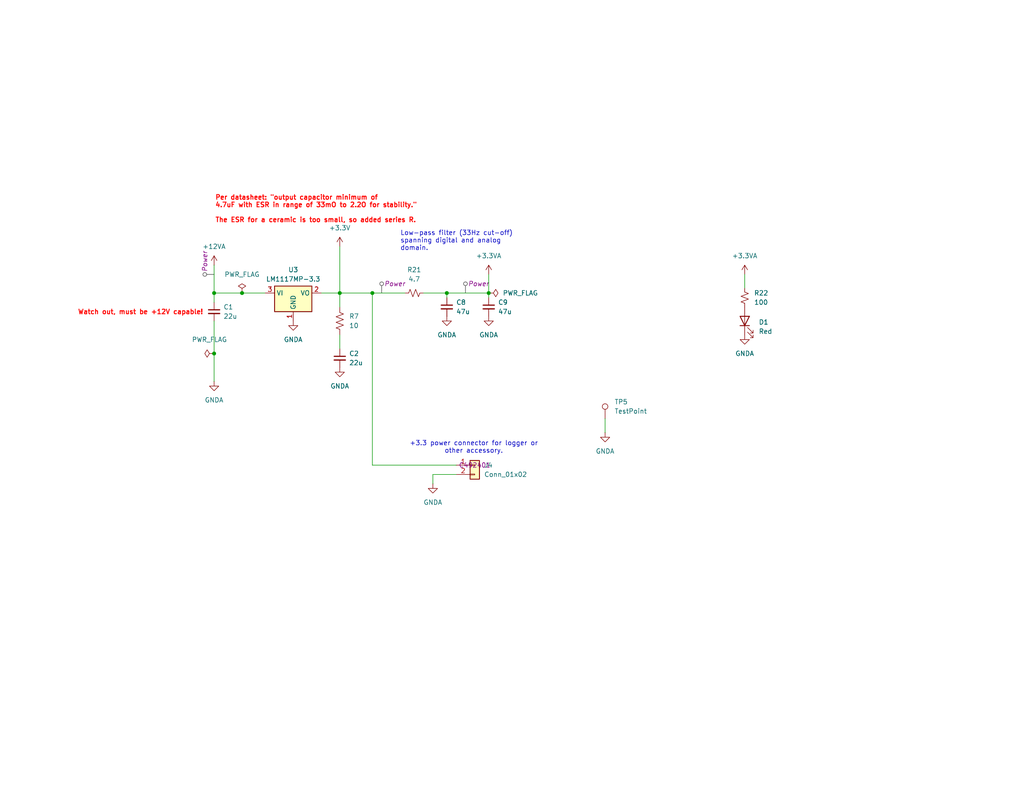
<source format=kicad_sch>
(kicad_sch (version 20250114) (generator "eeschema") (generator_version "9.0")
  (paper "USLetter")
  (title_block (title "MicroLink - Power Related") (date "2025-10-01") (rev "4") (company "Bruce MacKinnon KC1FSZ") (comment 1 "Copyright (C) 2025 - Not For Commercial Use"))
  (lib_symbols
    (symbol "Connector:TestPoint" (pin_numbers (hide yes)) (pin_names (offset 0.762) (hide yes))
      (property "Reference" "TP" (at 0 6.858 0))
      (property "Value" "TestPoint" (at 0 5.08 0))
      (symbol "TestPoint_0_1"
        (circle (center 0 3.302) (radius 0.762))
      )
      (symbol "TestPoint_1_1"
        (pin passive line (at 0 0 90) (length 2.54) (name "1") (number "1"))
      )
    )
    (symbol "Connector_Generic:Conn_01x02" (pin_names (offset 1.016) (hide yes))
      (property "Reference" "J" (at 0 2.54 0))
      (property "Value" "Conn_01x02" (at 0 -5.08 0))
      (symbol "Conn_01x02_1_1"
        (rectangle (start -1.27 1.27) (end 1.27 -3.81) (stroke (width 0.254)) (fill (type background)))
        (rectangle (start -1.27 0.127) (end 0 -0.127) (stroke (width 0.1524)))
        (rectangle (start -1.27 -2.413) (end 0 -2.667) (stroke (width 0.1524)))
        (pin passive line (at -5.08 0 0) (length 3.81) (name "Pin_1") (number "1"))
        (pin passive line (at -5.08 -2.54 0) (length 3.81) (name "Pin_2") (number "2"))
      )
    )
    (symbol "Device:C_Small" (pin_numbers (hide yes)) (pin_names (offset 0.254) (hide yes))
      (property "Reference" "C" (at 0.254 1.778 0))
      (property "Value" "C_Small" (at 0.254 -2.032 0))
      (symbol "C_Small_0_1"
        (polyline (pts (xy -1.524 0.508) (xy 1.524 0.508)) (stroke (width 0.3048)))
        (polyline (pts (xy -1.524 -0.508) (xy 1.524 -0.508)) (stroke (width 0.3302)))
      )
      (symbol "C_Small_1_1"
        (pin passive line (at 0 2.54 270) (length 2.032) (name "~") (number "1"))
        (pin passive line (at 0 -2.54 90) (length 2.032) (name "~") (number "2"))
      )
    )
    (symbol "Device:LED" (pin_numbers (hide yes)) (pin_names (offset 1.016) (hide yes))
      (property "Reference" "D" (at 0 2.54 0))
      (property "Value" "LED" (at 0 -2.54 0))
      (symbol "LED_0_1"
        (polyline (pts (xy -3.048 -0.762) (xy -4.572 -2.286) (xy -3.81 -2.286) (xy -4.572 -2.286) (xy -4.572 -1.524)))
        (polyline (pts (xy -1.778 -0.762) (xy -3.302 -2.286) (xy -2.54 -2.286) (xy -3.302 -2.286) (xy -3.302 -1.524)))
        (polyline (pts (xy -1.27 0) (xy 1.27 0)))
        (polyline (pts (xy -1.27 -1.27) (xy -1.27 1.27)) (stroke (width 0.254)))
        (polyline (pts (xy 1.27 -1.27) (xy 1.27 1.27) (xy -1.27 0) (xy 1.27 -1.27)) (stroke (width 0.254)))
      )
      (symbol "LED_1_1"
        (pin passive line (at -3.81 0 0) (length 2.54) (name "K") (number "1"))
        (pin passive line (at 3.81 0 180) (length 2.54) (name "A") (number "2"))
      )
    )
    (symbol "Device:R_Small_US" (pin_numbers (hide yes)) (pin_names (offset 0.254) (hide yes))
      (property "Reference" "R" (at 0.762 0.508 0))
      (property "Value" "R_Small_US" (at 0.762 -1.016 0))
      (symbol "R_Small_US_1_1"
        (polyline (pts (xy 0 1.524) (xy 1.016 1.143) (xy 0 0.762) (xy -1.016 0.381) (xy 0 0)))
        (polyline (pts (xy 0 0) (xy 1.016 -0.381) (xy 0 -0.762) (xy -1.016 -1.143) (xy 0 -1.524)))
        (pin passive line (at 0 2.54 270) (length 1.016) (name "~") (number "1"))
        (pin passive line (at 0 -2.54 90) (length 1.016) (name "~") (number "2"))
      )
    )
    (symbol "Device:R_US" (pin_numbers (hide yes)) (pin_names (offset 0))
      (property "Reference" "R" (at 2.54 0 90))
      (property "Value" "R_US" (at -2.54 0 90))
      (symbol "R_US_0_1"
        (polyline (pts (xy 0 2.286) (xy 0 2.54)))
        (polyline (pts (xy 0 2.286) (xy 1.016 1.905) (xy 0 1.524) (xy -1.016 1.143) (xy 0 0.762)))
        (polyline (pts (xy 0 0.762) (xy 1.016 0.381) (xy 0 0) (xy -1.016 -0.381) (xy 0 -0.762)))
        (polyline (pts (xy 0 -0.762) (xy 1.016 -1.143) (xy 0 -1.524) (xy -1.016 -1.905) (xy 0 -2.286)))
        (polyline (pts (xy 0 -2.286) (xy 0 -2.54)))
      )
      (symbol "R_US_1_1"
        (pin passive line (at 0 3.81 270) (length 1.27) (name "~") (number "1"))
        (pin passive line (at 0 -3.81 90) (length 1.27) (name "~") (number "2"))
      )
    )
    (symbol "Regulator_Linear:LM1117MP-3.3"
      (property "Reference" "U" (at -3.81 3.175 0))
      (property "Value" "LM1117MP-3.3" (at 0 3.175 0))
      (symbol "LM1117MP-3.3_0_1"
        (rectangle (start -5.08 -5.08) (end 5.08 1.905) (stroke (width 0.254)) (fill (type background)))
      )
      (symbol "LM1117MP-3.3_1_1"
        (pin power_in line (at -7.62 0 0) (length 2.54) (name "VI") (number "3"))
        (pin power_in line (at 0 -7.62 90) (length 2.54) (name "GND") (number "1"))
        (pin power_out line (at 7.62 0 180) (length 2.54) (name "VO") (number "2"))
      )
    )
    (symbol "power:+12VA" (power) (pin_numbers (hide yes)) (pin_names (offset 0) (hide yes))
      (property "Value" "+12VA" (at 0 3.556 0))
      (symbol "+12VA_0_1"
        (polyline (pts (xy -0.762 1.27) (xy 0 2.54)))
        (polyline (pts (xy 0 2.54) (xy 0.762 1.27)))
        (polyline (pts (xy 0 0) (xy 0 2.54)))
      )
      (symbol "+12VA_1_1"
        (pin power_in line (at 0 0 90) (length 0) (name "~") (number "1"))
      )
    )
    (symbol "power:+3.3V" (power) (pin_numbers (hide yes)) (pin_names (offset 0) (hide yes))
      (property "Value" "+3.3V" (at 0 3.556 0))
      (symbol "+3.3V_0_1"
        (polyline (pts (xy -0.762 1.27) (xy 0 2.54)))
        (polyline (pts (xy 0 2.54) (xy 0.762 1.27)))
        (polyline (pts (xy 0 0) (xy 0 2.54)))
      )
      (symbol "+3.3V_1_1"
        (pin power_in line (at 0 0 90) (length 0) (name "~") (number "1"))
      )
    )
    (symbol "power:+3.3VA" (power) (pin_numbers (hide yes)) (pin_names (offset 0) (hide yes))
      (property "Value" "+3.3VA" (at 0 3.556 0))
      (symbol "+3.3VA_0_1"
        (polyline (pts (xy -0.762 1.27) (xy 0 2.54)))
        (polyline (pts (xy 0 2.54) (xy 0.762 1.27)))
        (polyline (pts (xy 0 0) (xy 0 2.54)))
      )
      (symbol "+3.3VA_1_1"
        (pin power_in line (at 0 0 90) (length 0) (name "~") (number "1"))
      )
    )
    (symbol "power:GNDA" (power) (pin_numbers (hide yes)) (pin_names (offset 0) (hide yes))
      (property "Value" "GNDA" (at 0 -3.81 0))
      (symbol "GNDA_0_1"
        (polyline (pts (xy 0 0) (xy 0 -1.27) (xy 1.27 -1.27) (xy 0 -2.54) (xy -1.27 -1.27) (xy 0 -1.27)))
      )
      (symbol "GNDA_1_1"
        (pin power_in line (at 0 0 270) (length 0) (name "~") (number "1"))
      )
    )
    (symbol "power:PWR_FLAG" (power) (pin_numbers (hide yes)) (pin_names (offset 0) (hide yes))
      (property "Value" "PWR_FLAG" (at 0 3.81 0))
      (symbol "PWR_FLAG_0_0"
        (pin power_out line (at 0 0 90) (length 0) (name "~") (number "1"))
      )
      (symbol "PWR_FLAG_0_1"
        (polyline (pts (xy 0 0) (xy 0 1.27) (xy -1.016 1.905) (xy 0 2.54) (xy 1.016 1.905) (xy 0 1.27)))
      )
    )
  )
  (text "+3.3 power connector for logger or\nother accessory." (at 129.286 122.174 0) (effects (font (size 1.27 1.27))))
  (text "Watch out, must be +12V capable!" (at 38.354 85.344 0) (effects (font (size 1.27 1.27) (thickness 0.254) (bold yes))))
  (text "Low-pass filter (33Hz cut-off)\nspanning digital and analog \ndomain." (at 109.22 68.58 0) (effects (font (size 1.27 1.27)) (justify left bottom)))
  (text "Per datasheet: \"output capacitor minimum of\n4.7uF with ESR in range of 33mO to 2.2O for stability.\"\n\nThe ESR for a ceramic is too small, so added series R." (at 58.674 60.96 0) (effects (font (size 1.27 1.27) (thickness 0.254) (bold yes)) (justify left bottom)))
  (junction (at 121.92 80.01))
  (junction (at 101.6 80.01))
  (junction (at 66.04 80.01))
  (junction (at 58.42 96.52))
  (junction (at 58.42 80.01))
  (junction (at 92.71 80.01))
  (junction (at 133.35 80.01))
  (wire (pts (xy 165.1 114.3) (xy 165.1 118.11)))
  (wire (pts (xy 87.63 80.01) (xy 92.71 80.01)))
  (wire (pts (xy 101.6 80.01) (xy 110.49 80.01)))
  (wire (pts (xy 124.46 129.54) (xy 118.11 129.54)))
  (wire (pts (xy 58.42 72.39) (xy 58.42 80.01)))
  (wire (pts (xy 121.92 80.01) (xy 133.35 80.01)))
  (wire (pts (xy 101.6 80.01) (xy 101.6 127)))
  (wire (pts (xy 115.57 80.01) (xy 121.92 80.01)))
  (wire (pts (xy 133.35 80.01) (xy 133.35 81.28)))
  (wire (pts (xy 121.92 80.01) (xy 121.92 81.28)))
  (wire (pts (xy 58.42 87.63) (xy 58.42 96.52)))
  (wire (pts (xy 118.11 129.54) (xy 118.11 132.08)))
  (wire (pts (xy 203.2 74.93) (xy 203.2 78.74)))
  (wire (pts (xy 66.04 80.01) (xy 72.39 80.01)))
  (wire (pts (xy 58.42 80.01) (xy 66.04 80.01)))
  (wire (pts (xy 92.71 91.44) (xy 92.71 95.25)))
  (wire (pts (xy 101.6 127) (xy 124.46 127)))
  (wire (pts (xy 133.35 74.93) (xy 133.35 80.01)))
  (wire (pts (xy 58.42 96.52) (xy 58.42 104.14)))
  (wire (pts (xy 92.71 80.01) (xy 92.71 83.82)))
  (wire (pts (xy 92.71 67.31) (xy 92.71 80.01)))
  (wire (pts (xy 92.71 80.01) (xy 101.6 80.01)))
  (wire (pts (xy 58.42 82.55) (xy 58.42 80.01)))
  (netclass_flag "" (length 2.54) (shape round) (at 58.42 74.93 90) (property "Netclass" "Power" (at 55.88 74.2315 90) (effects (font (italic yes)) (justify left))))
  (netclass_flag "" (length 2.54) (shape round) (at 127 80.01 0) (property "Netclass" "Power" (at 127.6985 77.47 0) (effects (font (italic yes)) (justify left))))
  (netclass_flag "" (length 2.54) (shape round) (at 104.14 80.01 0) (property "Netclass" "Power" (at 104.8385 77.47 0) (effects (font (italic yes)) (justify left))))
  (symbol (lib_id "Connector_Generic:Conn_01x02") (at 129.54 127 0) (unit 1)
    (property "Reference" "J4" (at 132.08 126.9999 0) (effects (justify left)))
    (property "Value" "Conn_01x02" (at 132.08 129.5399 0) (effects (justify left)))
    (property "Footprint" "Connector_PinHeader_2.54mm:PinHeader_1x02_P2.54mm_Vertical" (effects (hide yes)))
    (property "Description" "Generic connector, single row, 01x02, script generated (kicad-library-utils/schlib/autogen/connector/)" (effects (hide yes)))
    (property "LCSC" "C492401" (at 129.54 127 0))
    (property "BOM Comments" "Standard 2.54mm pin header" (effects (hide yes)))
  )
  (symbol (lib_id "power:GNDA") (at 80.01 87.63 0) (unit 1)
    (property "Reference" "#PWR021" (effects (hide yes)))
    (property "Value" "GNDA" (at 80.01 92.71 0))
    (property "Description" "Power symbol creates a global label with name \"GNDA\" , analog ground" (effects (hide yes)))
  )
  (symbol (lib_id "power:PWR_FLAG") (at 58.42 96.52 90) (unit 1)
    (property "Reference" "#FLG02" (effects (hide yes)))
    (property "Value" "PWR_FLAG" (at 57.15 92.71 90))
    (property "Description" "Special symbol for telling ERC where power comes from" (effects (hide yes)))
  )
  (symbol (lib_id "power:GNDA") (at 165.1 118.11 0) (unit 1)
    (property "Reference" "#PWR03" (effects (hide yes)))
    (property "Value" "GNDA" (at 165.1 123.19 0))
    (property "Description" "Power symbol creates a global label with name \"GNDA\" , analog ground" (effects (hide yes)))
  )
  (symbol (lib_id "Device:C_Small") (at 92.71 97.79 0) (unit 1)
    (property "Reference" "C2" (at 95.25 96.5262 0) (effects (justify left)))
    (property "Value" "22u" (at 95.25 99.0662 0) (effects (justify left)))
    (property "Footprint" "Capacitor_SMD:C_0805_2012Metric_Pad1.18x1.45mm_HandSolder" (effects (hide yes)))
    (property "Description" "Unpolarized capacitor, small symbol" (effects (hide yes)))
    (property "LCSC" "C45783" (effects (hide yes)))
  )
  (symbol (lib_id "power:GNDA") (at 58.42 104.14 0) (unit 1)
    (property "Reference" "#PWR014" (effects (hide yes)))
    (property "Value" "GNDA" (at 58.42 109.22 0))
    (property "Description" "Power symbol creates a global label with name \"GNDA\" , analog ground" (effects (hide yes)))
  )
  (symbol (lib_id "power:+12VA") (at 58.42 72.39 0) (unit 1)
    (property "Reference" "#PWR01" (effects (hide yes)))
    (property "Value" "+12VA" (at 58.42 67.31 0))
    (property "Description" "Power symbol creates a global label with name \"+12VA\"" (effects (hide yes)))
  )
  (symbol (lib_id "Regulator_Linear:LM1117MP-3.3") (at 80.01 80.01 0) (unit 1)
    (property "Reference" "U3" (at 80.01 73.66 0))
    (property "Value" "LM1117MP-3.3" (at 80.01 76.2 0))
    (property "Footprint" "Package_TO_SOT_SMD:SOT-223-3_TabPin2" (effects (hide yes)))
    (property "Datasheet" "http://www.ti.com/lit/ds/symlink/lm1117.pdf" (effects (hide yes)))
    (property "Description" "800mA Low-Dropout Linear Regulator, 3.3V fixed output, SOT-223" (effects (hide yes)))
    (property "LCSC" "C9662" (effects (hide yes)))
  )
  (symbol (lib_id "Device:C_Small") (at 121.92 83.82 0) (unit 1)
    (property "Reference" "C8" (at 124.46 82.5562 0) (effects (justify left)))
    (property "Value" "47u" (at 124.46 85.0962 0) (effects (justify left)))
    (property "Footprint" "Capacitor_SMD:C_0805_2012Metric_Pad1.18x1.45mm_HandSolder" (effects (hide yes)))
    (property "Description" "Unpolarized capacitor, small symbol" (effects (hide yes)))
    (property "LCSC" "C16780 " (effects (hide yes)))
  )
  (symbol (lib_id "power:+3.3VA") (at 133.35 74.93 0) (unit 1)
    (property "Reference" "#PWR016" (effects (hide yes)))
    (property "Value" "+3.3VA" (at 133.35 69.85 0))
    (property "Description" "Power symbol creates a global label with name \"+3.3VA\"" (effects (hide yes)))
  )
  (symbol (lib_id "Device:C_Small") (at 58.42 85.09 0) (unit 1)
    (property "Reference" "C1" (at 60.96 83.8262 0) (effects (justify left)))
    (property "Value" "22u" (at 60.96 86.3662 0) (effects (justify left)))
    (property "Footprint" "Capacitor_SMD:C_0805_2012Metric_Pad1.18x1.45mm_HandSolder" (effects (hide yes)))
    (property "Description" "Unpolarized capacitor, small symbol" (effects (hide yes)))
    (property "LCSC" "C45783" (effects (hide yes)))
  )
  (symbol (lib_id "power:GNDA") (at 121.92 86.36 0) (unit 1)
    (property "Reference" "#PWR041" (effects (hide yes)))
    (property "Value" "GNDA" (at 121.92 91.44 0))
    (property "Description" "Power symbol creates a global label with name \"GNDA\" , analog ground" (effects (hide yes)))
  )
  (symbol (lib_id "power:GNDA") (at 92.71 100.33 0) (unit 1)
    (property "Reference" "#PWR015" (effects (hide yes)))
    (property "Value" "GNDA" (at 92.71 105.41 0))
    (property "Description" "Power symbol creates a global label with name \"GNDA\" , analog ground" (effects (hide yes)))
  )
  (symbol (lib_id "Connector:TestPoint") (at 165.1 114.3 0) (unit 1) (in_bom no)
    (property "Reference" "TP5" (at 167.64 109.7279 0) (effects (justify left)))
    (property "Value" "TestPoint" (at 167.64 112.2679 0) (effects (justify left)))
    (property "Footprint" "TestPoint:TestPoint_Pad_2.5x2.5mm" (effects (hide yes)))
    (property "Description" "test point" (effects (hide yes)))
    (property "BOM Comments" "No component, PCB test point" (effects (hide yes)))
  )
  (symbol (lib_id "power:GNDA") (at 118.11 132.08 0) (unit 1)
    (property "Reference" "#PWR028" (effects (hide yes)))
    (property "Value" "GNDA" (at 118.11 137.16 0))
    (property "Description" "Power symbol creates a global label with name \"GNDA\" , analog ground" (effects (hide yes)))
  )
  (symbol (lib_id "Device:R_US") (at 92.71 87.63 0) (unit 1)
    (property "Reference" "R7" (at 95.25 86.3599 0) (effects (justify left)))
    (property "Value" "10" (at 95.25 88.8999 0) (effects (justify left)))
    (property "Footprint" "Resistor_SMD:R_0805_2012Metric_Pad1.20x1.40mm_HandSolder" (effects (hide yes)))
    (property "Description" "Resistor, US symbol" (effects (hide yes)))
    (property "LCSC" "C17415" (effects (hide yes)))
  )
  (symbol (lib_id "Device:R_Small_US") (at 203.2 81.28 0) (unit 1)
    (property "Reference" "R22" (at 205.74 80.01 0) (effects (justify left)))
    (property "Value" "100" (at 205.74 82.55 0) (effects (justify left)))
    (property "Footprint" "Resistor_SMD:R_0805_2012Metric_Pad1.20x1.40mm_HandSolder" (effects (hide yes)))
    (property "Description" "Resistor, small US symbol" (effects (hide yes)))
    (property "LCSC" "C17408" (effects (hide yes)))
  )
  (symbol (lib_id "Device:LED") (at 203.2 87.63 90) (unit 1)
    (property "Reference" "D1" (at 207.01 87.9474 90) (effects (justify right)))
    (property "Value" "Red" (at 207.01 90.4874 90) (effects (justify right)))
    (property "Footprint" "LED_SMD:LED_0805_2012Metric_Pad1.15x1.40mm_HandSolder" (effects (hide yes)))
    (property "Description" "Light emitting diode" (effects (hide yes)))
    (property "LCSC" "C84256" (effects (hide yes)))
    (property "Sim.Pins" "1=K 2=A" (effects (hide yes)))
  )
  (symbol (lib_id "power:GNDA") (at 133.35 86.36 0) (unit 1)
    (property "Reference" "#PWR044" (effects (hide yes)))
    (property "Value" "GNDA" (at 133.35 91.44 0))
    (property "Description" "Power symbol creates a global label with name \"GNDA\" , analog ground" (effects (hide yes)))
  )
  (symbol (lib_id "Device:R_Small_US") (at 113.03 80.01 90) (unit 1)
    (property "Reference" "R21" (at 113.03 73.66 90))
    (property "Value" "4.7" (at 113.03 76.2 90))
    (property "Footprint" "Resistor_SMD:R_0805_2012Metric_Pad1.20x1.40mm_HandSolder" (effects (hide yes)))
    (property "Description" "Resistor, small US symbol" (effects (hide yes)))
    (property "LCSC" "C17675" (effects (hide yes)))
  )
  (symbol (lib_id "power:PWR_FLAG") (at 133.35 80.01 270) (unit 1)
    (property "Reference" "#FLG04" (effects (hide yes)))
    (property "Value" "PWR_FLAG" (at 137.16 80.0099 90) (effects (justify left)))
    (property "Description" "Special symbol for telling ERC where power comes from" (effects (hide yes)))
  )
  (symbol (lib_id "power:PWR_FLAG") (at 66.04 80.01 0) (unit 1)
    (property "Reference" "#FLG01" (effects (hide yes)))
    (property "Value" "PWR_FLAG" (at 66.04 74.93 0))
    (property "Description" "Special symbol for telling ERC where power comes from" (effects (hide yes)))
  )
  (symbol (lib_id "power:+3.3VA") (at 203.2 74.93 0) (unit 1)
    (property "Reference" "#PWR024" (effects (hide yes)))
    (property "Value" "+3.3VA" (at 203.2 69.85 0))
    (property "Description" "Power symbol creates a global label with name \"+3.3VA\"" (effects (hide yes)))
  )
  (symbol (lib_id "power:GNDA") (at 203.2 91.44 0) (unit 1)
    (property "Reference" "#PWR025" (effects (hide yes)))
    (property "Value" "GNDA" (at 203.2 96.52 0))
    (property "Description" "Power symbol creates a global label with name \"GNDA\" , analog ground" (effects (hide yes)))
  )
  (symbol (lib_id "Device:C_Small") (at 133.35 83.82 0) (unit 1)
    (property "Reference" "C9" (at 135.89 82.5562 0) (effects (justify left)))
    (property "Value" "47u" (at 135.89 85.0962 0) (effects (justify left)))
    (property "Footprint" "Capacitor_SMD:C_0805_2012Metric_Pad1.18x1.45mm_HandSolder" (effects (hide yes)))
    (property "Description" "Unpolarized capacitor, small symbol" (effects (hide yes)))
    (property "LCSC" "C16780 " (effects (hide yes)))
  )
  (symbol (lib_id "power:+3.3V") (at 92.71 67.31 0) (unit 1)
    (property "Reference" "#PWR046" (effects (hide yes)))
    (property "Value" "+3.3V" (at 92.71 62.23 0))
    (property "Description" "Power symbol creates a global label with name \"+3.3V\"" (effects (hide yes)))
  )
)
</source>
